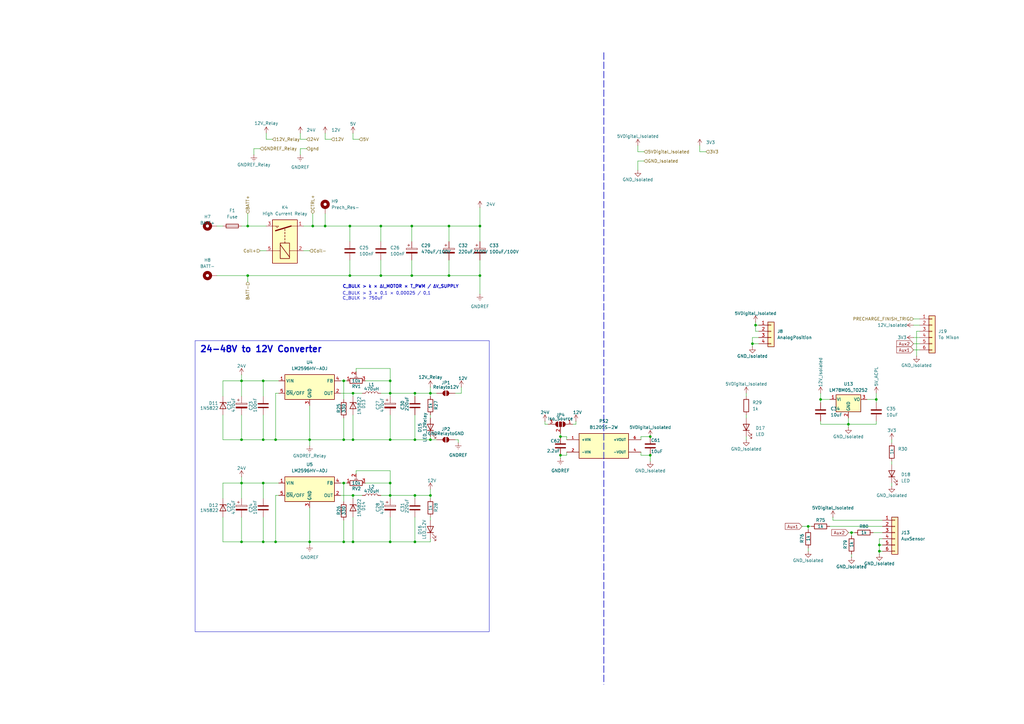
<source format=kicad_sch>
(kicad_sch (version 20250114) (generator "eeschema") (generator_version "9.0")
  (paper "A3")
  (lib_symbols
    (symbol "B2405S-2W:B1205S-2W" (pin_names (offset 1.016))
      (property "Reference" "PS" (at -10.1639 6.3579 0))
      (property "Value" "B1205S-2W" (at -10.1614 -7.6227 0))
      (symbol "B1205S-2W_0_0"
        (pin input line (at -15.24 2.54 0) (length 5.08) (name "+VIN") (number "1"))
        (pin input line (at -15.24 -2.54 0) (length 5.08) (name "-VIN") (number "2"))
        (pin output line (at 15.24 2.54 180) (length 5.08) (name "+VOUT") (number "6"))
        (pin output line (at 15.24 -2.54 180) (length 5.08) (name "-VOUT") (number "4"))
      )
    )
    (symbol "Connector_Generic:Conn_01x04" (pin_names (offset 1.016) (hide yes))
      (property "Reference" "J" (at 0 5.08 0))
      (property "Value" "Conn_01x04" (at 0 -7.62 0))
      (symbol "Conn_01x04_1_1"
        (pin passive line (at -5.08 2.54 0) (length 3.81) (name "Pin_1") (number "1"))
        (pin passive line (at -5.08 0 0) (length 3.81) (name "Pin_2") (number "2"))
        (pin passive line (at -5.08 -2.54 0) (length 3.81) (name "Pin_3") (number "3"))
        (pin passive line (at -5.08 -5.08 0) (length 3.81) (name "Pin_4") (number "4"))
      )
    )
    (symbol "Connector_Generic:Conn_01x06" (pin_names (offset 1.016) (hide yes))
      (property "Reference" "J" (at 0 7.62 0))
      (property "Value" "Conn_01x06" (at 0 -10.16 0))
      (symbol "Conn_01x06_1_1"
        (pin passive line (at -5.08 5.08 0) (length 3.81) (name "Pin_1") (number "1"))
        (pin passive line (at -5.08 2.54 0) (length 3.81) (name "Pin_2") (number "2"))
        (pin passive line (at -5.08 0 0) (length 3.81) (name "Pin_3") (number "3"))
        (pin passive line (at -5.08 -2.54 0) (length 3.81) (name "Pin_4") (number "4"))
        (pin passive line (at -5.08 -5.08 0) (length 3.81) (name "Pin_5") (number "5"))
        (pin passive line (at -5.08 -7.62 0) (length 3.81) (name "Pin_6") (number "6"))
      )
    )
    (symbol "Device:C" (pin_numbers (hide yes)) (pin_names (offset 0.254))
      (property "Reference" "C" (at 0.635 2.54 0))
      (property "Value" "C" (at 0.635 -2.54 0))
      (symbol "C_1_1"
        (pin passive line (at 0 3.81 270) (length 2.794) (name "~") (number "1"))
        (pin passive line (at 0 -3.81 90) (length 2.794) (name "~") (number "2"))
      )
    )
    (symbol "Device:C_Polarized" (pin_numbers (hide yes)) (pin_names (offset 0.254))
      (property "Reference" "C" (at 0.635 2.54 0))
      (property "Value" "C_Polarized" (at 0.635 -2.54 0))
      (symbol "C_Polarized_1_1"
        (pin passive line (at 0 3.81 270) (length 2.794) (name "~") (number "1"))
        (pin passive line (at 0 -3.81 90) (length 2.794) (name "~") (number "2"))
      )
    )
    (symbol "Device:D_Zener" (pin_numbers (hide yes)) (pin_names (offset 1.016) (hide yes))
      (property "Reference" "D" (at 0 2.54 0))
      (property "Value" "D_Zener" (at 0 -2.54 0))
      (symbol "D_Zener_1_1"
        (pin passive line (at -3.81 0 0) (length 2.54) (name "K") (number "1"))
        (pin passive line (at 3.81 0 180) (length 2.54) (name "A") (number "2"))
      )
    )
    (symbol "Device:Fuse" (pin_numbers (hide yes)) (pin_names (offset 0))
      (property "Reference" "F" (at 2.032 0 90))
      (property "Value" "Fuse" (at -1.905 0 90))
      (symbol "Fuse_1_1"
        (pin passive line (at 0 3.81 270) (length 1.27) (name "~") (number "1"))
        (pin passive line (at 0 -3.81 90) (length 1.27) (name "~") (number "2"))
      )
    )
    (symbol "Device:L" (pin_numbers (hide yes)) (pin_names (offset 1.016) (hide yes))
      (property "Reference" "L" (at -1.27 0 90))
      (property "Value" "L" (at 1.905 0 90))
      (symbol "L_1_1"
        (pin passive line (at 0 3.81 270) (length 1.27) (name "1") (number "1"))
        (pin passive line (at 0 -3.81 90) (length 1.27) (name "2") (number "2"))
      )
    )
    (symbol "Device:LED" (pin_numbers (hide yes)) (pin_names (offset 1.016) (hide yes))
      (property "Reference" "D" (at 0 2.54 0))
      (property "Value" "LED" (at 0 -2.54 0))
      (symbol "LED_1_1"
        (pin passive line (at -3.81 0 0) (length 2.54) (name "K") (number "1"))
        (pin passive line (at 3.81 0 180) (length 2.54) (name "A") (number "2"))
      )
    )
    (symbol "Device:R" (pin_numbers (hide yes)) (pin_names (offset 0))
      (property "Reference" "R" (at 2.032 0 90))
      (property "Value" "R" (at 0 0 90))
      (symbol "R_1_1"
        (pin passive line (at 0 3.81 270) (length 1.27) (name "~") (number "1"))
        (pin passive line (at 0 -3.81 90) (length 1.27) (name "~") (number "2"))
      )
    )
    (symbol "Device:R_Potentiometer_Trim" (pin_names (offset 1.016) (hide yes))
      (property "Reference" "RV" (at -4.445 0 90))
      (property "Value" "R_Potentiometer_Trim" (at -2.54 0 90))
      (symbol "R_Potentiometer_Trim_1_1"
        (pin passive line (at 0 3.81 270) (length 1.27) (name "1") (number "1"))
        (pin passive line (at 0 -3.81 90) (length 1.27) (name "3") (number "3"))
        (pin passive line (at 3.81 0 180) (length 1.27) (name "2") (number "2"))
      )
    )
    (symbol "Jumper:SolderJumper_2_Open" (pin_numbers (hide yes)) (pin_names (offset 0) (hide yes)) (in_bom no)
      (property "Reference" "JP" (at 0 2.032 0))
      (property "Value" "SolderJumper_2_Open" (at 0 -2.54 0))
      (symbol "SolderJumper_2_Open_1_1"
        (pin passive line (at -3.81 0 0) (length 2.54) (name "A") (number "1"))
        (pin passive line (at 3.81 0 180) (length 2.54) (name "B") (number "2"))
      )
    )
    (symbol "Jumper:SolderJumper_3_Open" (pin_names (offset 0) (hide yes)) (in_bom no)
      (property "Reference" "JP" (at -2.54 -2.54 0))
      (property "Value" "SolderJumper_3_Open" (at 0 2.794 0))
      (symbol "SolderJumper_3_Open_1_1"
        (pin passive line (at -5.08 0 0) (length 2.54) (name "A") (number "1"))
        (pin passive line (at 0 -3.81 90) (length 2.54) (name "C") (number "2"))
        (pin passive line (at 5.08 0 180) (length 2.54) (name "B") (number "3"))
      )
    )
    (symbol "Mechanical:MountingHole_Pad" (pin_numbers (hide yes)) (pin_names (offset 1.016) (hide yes)) (exclude_from_sim yes) (in_bom no)
      (property "Reference" "H" (at 0 6.35 0))
      (property "Value" "MountingHole_Pad" (at 0 4.445 0))
      (symbol "MountingHole_Pad_1_1"
        (pin input line (at 0 -2.54 90) (length 2.54) (name "1") (number "1"))
      )
    )
    (symbol "Regulator_Linear:LM78M05_TO252" (pin_names (offset 0.254))
      (property "Reference" "U" (at -3.81 3.175 0))
      (property "Value" "LM78M05_TO252" (at 0 3.175 0))
      (symbol "LM78M05_TO252_1_1"
        (pin power_in line (at -7.62 0 0) (length 2.54) (name "VI") (number "1"))
        (pin power_in line (at 0 -7.62 90) (length 2.54) (name "GND") (number "2"))
        (pin power_out line (at 7.62 0 180) (length 2.54) (name "VO") (number "3"))
      )
    )
    (symbol "Regulator_Switching:LM2596S-ADJ"
      (property "Reference" "U" (at -10.16 6.35 0))
      (property "Value" "LM2596S-ADJ" (at 0 6.35 0))
      (symbol "LM2596S-ADJ_1_1"
        (pin power_in line (at -12.7 2.54 0) (length 2.54) (name "VIN") (number "1"))
        (pin input line (at -12.7 -2.54 0) (length 2.54) (name "~{ON}/OFF") (number "5"))
        (pin power_in line (at 0 -7.62 90) (length 2.54) (name "GND") (number "3"))
        (pin input line (at 12.7 2.54 180) (length 2.54) (name "FB") (number "4"))
        (pin output line (at 12.7 -2.54 180) (length 2.54) (name "OUT") (number "2"))
      )
    )
    (symbol "Relay:SANYOU_SRD_Form_A"
      (property "Reference" "K" (at 8.89 3.81 0))
      (property "Value" "SANYOU_SRD_Form_A" (at 8.89 1.27 0))
      (symbol "SANYOU_SRD_Form_A_1_1"
        (pin passive line (at -5.08 7.62 270) (length 2.54) (name "~") (number "5"))
        (pin passive line (at -5.08 -7.62 90) (length 2.54) (name "~") (number "2"))
        (pin passive line (at 5.08 7.62 270) (length 2.54) (name "~") (number "3"))
        (pin passive line (at 5.08 -7.62 90) (length 2.54) (name "~") (number "1"))
      )
    )
    (symbol "power:+48V" (power) (pin_numbers (hide yes)) (pin_names (offset 0) (hide yes))
      (property "Value" "+48V" (at 0 3.556 0))
      (symbol "+48V_1_1"
        (pin power_in line (at 0 0 90) (length 0) (name "~") (number "1"))
      )
    )
    (symbol "power:GND" (power) (pin_numbers (hide yes)) (pin_names (offset 0) (hide yes))
      (property "Value" "GND" (at 0 -3.81 0))
      (symbol "GND_1_1"
        (pin power_in line (at 0 0 270) (length 0) (name "~") (number "1"))
      )
    )
    (symbol "power:GNDREF" (power) (pin_numbers (hide yes)) (pin_names (offset 0) (hide yes))
      (property "Value" "GNDREF" (at 0 -3.81 0))
      (symbol "GNDREF_1_1"
        (pin power_in line (at 0 0 270) (length 0) (name "~") (number "1"))
      )
    )
  )
  (text "C_BULK > 3 × 0,1 × 0,00025 / 0,1 \nC_BULK > 750uF" (at 140.462 121.412 0) (effects (font (size 1.27 1.27)) (justify left)))
  (text "C_BULK > k × ∆I_MOTOR × T_PWM / ∆V_SUPPLY" (at 164.338 117.602 0) (effects (font (size 1.27 1.27) (thickness 0.254) (bold yes))))
  (text_box "24-48V to 12V Converter" (at 80.01 139.7 0) (size 120.65 119.38) (margins 1.905 1.905 1.905 1.905) (effects (font (size 2.54 2.54) (thickness 0.508) (bold yes)) (justify left top)))
  (junction (at 266.7 186.69))
  (junction (at 170.18 203.2))
  (junction (at 229.87 186.69))
  (junction (at 140.97 180.34))
  (junction (at 308.61 140.97))
  (junction (at 107.95 198.12))
  (junction (at 140.97 156.21))
  (junction (at 359.41 163.83))
  (junction (at 107.95 156.21))
  (junction (at 113.03 222.25))
  (junction (at 229.87 179.07))
  (junction (at 170.18 161.29))
  (junction (at 144.78 161.29))
  (junction (at 144.78 180.34))
  (junction (at 160.02 198.12))
  (junction (at 160.02 156.21))
  (junction (at 360.68 223.52))
  (junction (at 140.97 222.25))
  (junction (at 144.78 203.2))
  (junction (at 160.02 180.34))
  (junction (at 107.95 222.25))
  (junction (at 170.18 180.34))
  (junction (at 349.25 218.44))
  (junction (at 156.21 92.71))
  (junction (at 331.47 215.9))
  (junction (at 160.02 203.2))
  (junction (at 160.02 222.25))
  (junction (at 101.6 113.03))
  (junction (at 140.97 198.12))
  (junction (at 143.51 92.71))
  (junction (at 196.85 113.03))
  (junction (at 99.06 198.12))
  (junction (at 176.53 161.29))
  (junction (at 184.15 113.03))
  (junction (at 336.55 163.83))
  (junction (at 196.85 92.71))
  (junction (at 184.15 92.71))
  (junction (at 176.53 180.34))
  (junction (at 170.18 222.25))
  (junction (at 128.27 92.71))
  (junction (at 99.06 180.34))
  (junction (at 176.53 203.2))
  (junction (at 107.95 180.34))
  (junction (at 266.7 179.07))
  (junction (at 99.06 222.25))
  (junction (at 309.88 133.35))
  (junction (at 99.06 156.21))
  (junction (at 113.03 180.34))
  (junction (at 156.21 113.03))
  (junction (at 168.91 113.03))
  (junction (at 127 222.25))
  (junction (at 168.91 92.71))
  (junction (at 144.78 222.25))
  (junction (at 160.02 161.29))
  (junction (at 101.6 92.71))
  (junction (at 347.98 173.99))
  (junction (at 127 180.34))
  (junction (at 143.51 113.03))
  (junction (at 133.35 92.71))
  (junction (at 360.68 226.06))
  (wire (pts (xy 229.87 177.8) (xy 229.87 179.07)))
  (wire (pts (xy 308.61 138.43) (xy 308.61 140.97)))
  (wire (pts (xy 374.65 138.43) (xy 377.19 138.43)))
  (wire (pts (xy 229.87 186.69) (xy 232.41 186.69)))
  (wire (pts (xy 176.53 161.29) (xy 179.07 161.29)))
  (wire (pts (xy 133.35 87.63) (xy 133.35 92.71)))
  (wire (pts (xy 347.98 173.99) (xy 359.41 173.99)))
  (wire (pts (xy 189.23 161.29) (xy 186.69 161.29)))
  (wire (pts (xy 176.53 170.18) (xy 176.53 171.45)))
  (wire (pts (xy 306.07 170.18) (xy 306.07 171.45)))
  (wire (pts (xy 107.95 222.25) (xy 113.03 222.25)))
  (wire (pts (xy 359.41 161.29) (xy 359.41 163.83)))
  (wire (pts (xy 156.21 106.68) (xy 156.21 113.03)))
  (wire (pts (xy 176.53 204.47) (xy 176.53 203.2)))
  (wire (pts (xy 113.03 222.25) (xy 113.03 203.2)))
  (wire (pts (xy 99.06 156.21) (xy 107.95 156.21)))
  (wire (pts (xy 176.53 162.56) (xy 176.53 161.29)))
  (wire (pts (xy 143.51 92.71) (xy 143.51 99.06)))
  (wire (pts (xy 360.68 226.06) (xy 360.68 227.33)))
  (wire (pts (xy 99.06 153.67) (xy 99.06 156.21)))
  (wire (pts (xy 176.53 158.75) (xy 176.53 161.29)))
  (wire (pts (xy 360.68 223.52) (xy 361.95 223.52)))
  (wire (pts (xy 170.18 161.29) (xy 176.53 161.29)))
  (wire (pts (xy 144.78 212.09) (xy 144.78 222.25)))
  (wire (pts (xy 127 166.37) (xy 127 180.34)))
  (wire (pts (xy 196.85 106.68) (xy 196.85 113.03)))
  (wire (pts (xy 170.18 203.2) (xy 176.53 203.2)))
  (wire (pts (xy 340.36 163.83) (xy 336.55 163.83)))
  (wire (pts (xy 160.02 180.34) (xy 170.18 180.34)))
  (wire (pts (xy 99.06 204.47) (xy 99.06 198.12)))
  (wire (pts (xy 99.06 92.71) (xy 101.6 92.71)))
  (wire (pts (xy 140.97 156.21) (xy 140.97 163.83)))
  (wire (pts (xy 160.02 161.29) (xy 160.02 162.56)))
  (wire (pts (xy 160.02 203.2) (xy 160.02 204.47)))
  (wire (pts (xy 99.06 170.18) (xy 99.06 180.34)))
  (wire (pts (xy 107.95 204.47) (xy 107.95 198.12)))
  (wire (pts (xy 144.78 170.18) (xy 144.78 180.34)))
  (wire (pts (xy 160.02 156.21) (xy 160.02 161.29)))
  (wire (pts (xy 113.03 222.25) (xy 127 222.25)))
  (wire (pts (xy 176.53 179.07) (xy 176.53 180.34)))
  (wire (pts (xy 347.98 218.44) (xy 349.25 218.44)))
  (wire (pts (xy 109.22 54.61) (xy 109.22 57.15)))
  (wire (pts (xy 91.44 204.47) (xy 91.44 198.12)))
  (wire (pts (xy 91.44 156.21) (xy 99.06 156.21)))
  (wire (pts (xy 176.53 220.98) (xy 176.53 222.25)))
  (wire (pts (xy 365.76 198.12) (xy 365.76 199.39)))
  (wire (pts (xy 99.06 212.09) (xy 99.06 222.25)))
  (wire (pts (xy 176.53 180.34) (xy 179.07 180.34)))
  (wire (pts (xy 365.76 189.23) (xy 365.76 190.5)))
  (wire (pts (xy 229.87 187.96) (xy 229.87 186.69)))
  (wire (pts (xy 184.15 106.68) (xy 184.15 113.03)))
  (wire (pts (xy 341.63 212.09) (xy 341.63 213.36)))
  (wire (pts (xy 377.19 133.35) (xy 374.65 133.35)))
  (wire (pts (xy 196.85 92.71) (xy 196.85 99.06)))
  (wire (pts (xy 106.68 102.87) (xy 109.22 102.87)))
  (wire (pts (xy 88.9 92.71) (xy 91.44 92.71)))
  (wire (pts (xy 347.98 173.99) (xy 347.98 175.26)))
  (wire (pts (xy 127 222.25) (xy 140.97 222.25)))
  (wire (pts (xy 186.69 180.34) (xy 187.96 180.34)))
  (wire (pts (xy 308.61 138.43) (xy 311.15 138.43)))
  (wire (pts (xy 374.65 143.51) (xy 377.19 143.51)))
  (wire (pts (xy 140.97 180.34) (xy 140.97 171.45)))
  (wire (pts (xy 189.23 158.75) (xy 189.23 161.29)))
  (wire (pts (xy 309.88 133.35) (xy 309.88 135.89)))
  (wire (pts (xy 127 180.34) (xy 140.97 180.34)))
  (wire (pts (xy 139.7 198.12) (xy 140.97 198.12)))
  (wire (pts (xy 187.96 180.34) (xy 187.96 181.61)))
  (wire (pts (xy 113.03 161.29) (xy 114.3 161.29)))
  (wire (pts (xy 123.19 57.15) (xy 125.73 57.15)))
  (wire (pts (xy 143.51 106.68) (xy 143.51 113.03)))
  (wire (pts (xy 127 208.28) (xy 127 222.25)))
  (wire (pts (xy 140.97 156.21) (xy 142.24 156.21)))
  (wire (pts (xy 107.95 162.56) (xy 107.95 156.21)))
  (wire (pts (xy 184.15 92.71) (xy 196.85 92.71)))
  (wire (pts (xy 262.89 186.69) (xy 262.89 185.42)))
  (wire (pts (xy 168.91 92.71) (xy 168.91 99.06)))
  (wire (pts (xy 170.18 222.25) (xy 176.53 222.25)))
  (wire (pts (xy 99.06 198.12) (xy 107.95 198.12)))
  (wire (pts (xy 184.15 92.71) (xy 184.15 99.06)))
  (wire (pts (xy 156.21 92.71) (xy 156.21 99.06)))
  (wire (pts (xy 101.6 92.71) (xy 109.22 92.71)))
  (wire (pts (xy 236.22 173.99) (xy 234.95 173.99)))
  (wire (pts (xy 261.62 66.04) (xy 261.62 69.85)))
  (wire (pts (xy 124.46 92.71) (xy 128.27 92.71)))
  (wire (pts (xy 113.03 180.34) (xy 113.03 161.29)))
  (wire (pts (xy 168.91 92.71) (xy 184.15 92.71)))
  (wire (pts (xy 143.51 113.03) (xy 156.21 113.03)))
  (wire (pts (xy 88.9 113.03) (xy 101.6 113.03)))
  (polyline (pts (xy 247.65 21.59) (xy 247.65 280.67)) (stroke (width 0.254) (type dash)))
  (wire (pts (xy 160.02 161.29) (xy 170.18 161.29)))
  (wire (pts (xy 262.89 186.69) (xy 266.7 186.69)))
  (wire (pts (xy 309.88 133.35) (xy 311.15 133.35)))
  (wire (pts (xy 160.02 203.2) (xy 170.18 203.2)))
  (wire (pts (xy 140.97 222.25) (xy 140.97 213.36)))
  (wire (pts (xy 139.7 156.21) (xy 140.97 156.21)))
  (wire (pts (xy 144.78 203.2) (xy 148.59 203.2)))
  (wire (pts (xy 358.14 218.44) (xy 361.95 218.44)))
  (wire (pts (xy 99.06 222.25) (xy 107.95 222.25)))
  (wire (pts (xy 336.55 173.99) (xy 347.98 173.99)))
  (wire (pts (xy 359.41 165.1) (xy 359.41 163.83)))
  (wire (pts (xy 107.95 180.34) (xy 113.03 180.34)))
  (wire (pts (xy 127 180.34) (xy 127 182.88)))
  (wire (pts (xy 160.02 180.34) (xy 160.02 170.18)))
  (wire (pts (xy 107.95 170.18) (xy 107.95 180.34)))
  (wire (pts (xy 236.22 173.99) (xy 236.22 172.72)))
  (wire (pts (xy 113.03 180.34) (xy 127 180.34)))
  (wire (pts (xy 170.18 161.29) (xy 170.18 162.56)))
  (wire (pts (xy 128.27 87.63) (xy 128.27 92.71)))
  (wire (pts (xy 101.6 113.03) (xy 143.51 113.03)))
  (wire (pts (xy 107.95 212.09) (xy 107.95 222.25)))
  (wire (pts (xy 144.78 57.15) (xy 147.32 57.15)))
  (wire (pts (xy 262.89 179.07) (xy 262.89 180.34)))
  (wire (pts (xy 143.51 92.71) (xy 156.21 92.71)))
  (wire (pts (xy 176.53 200.66) (xy 176.53 203.2)))
  (wire (pts (xy 374.65 130.81) (xy 377.19 130.81)))
  (wire (pts (xy 331.47 215.9) (xy 332.74 215.9)))
  (wire (pts (xy 223.52 173.99) (xy 223.52 172.72)))
  (wire (pts (xy 261.62 62.23) (xy 264.16 62.23)))
  (wire (pts (xy 149.86 156.21) (xy 160.02 156.21)))
  (wire (pts (xy 144.78 161.29) (xy 144.78 162.56)))
  (wire (pts (xy 144.78 161.29) (xy 148.59 161.29)))
  (wire (pts (xy 149.86 198.12) (xy 160.02 198.12)))
  (wire (pts (xy 229.87 179.07) (xy 232.41 179.07)))
  (wire (pts (xy 123.19 63.5) (xy 123.19 60.96)))
  (wire (pts (xy 160.02 198.12) (xy 160.02 203.2)))
  (wire (pts (xy 144.78 222.25) (xy 160.02 222.25)))
  (wire (pts (xy 360.68 220.98) (xy 361.95 220.98)))
  (wire (pts (xy 341.63 213.36) (xy 361.95 213.36)))
  (wire (pts (xy 328.93 215.9) (xy 331.47 215.9)))
  (wire (pts (xy 266.7 186.69) (xy 266.7 189.23)))
  (wire (pts (xy 287.02 59.69) (xy 287.02 62.23)))
  (wire (pts (xy 113.03 203.2) (xy 114.3 203.2)))
  (wire (pts (xy 360.68 220.98) (xy 360.68 223.52)))
  (wire (pts (xy 196.85 120.65) (xy 196.85 113.03)))
  (wire (pts (xy 349.25 227.33) (xy 349.25 228.6)))
  (wire (pts (xy 336.55 172.72) (xy 336.55 173.99)))
  (wire (pts (xy 266.7 179.07) (xy 262.89 179.07)))
  (wire (pts (xy 309.88 135.89) (xy 311.15 135.89)))
  (wire (pts (xy 365.76 180.34) (xy 365.76 181.61)))
  (wire (pts (xy 140.97 180.34) (xy 144.78 180.34)))
  (wire (pts (xy 140.97 222.25) (xy 144.78 222.25)))
  (wire (pts (xy 156.21 113.03) (xy 168.91 113.03)))
  (wire (pts (xy 101.6 87.63) (xy 101.6 92.71)))
  (wire (pts (xy 140.97 198.12) (xy 142.24 198.12)))
  (wire (pts (xy 170.18 212.09) (xy 170.18 222.25)))
  (wire (pts (xy 146.05 151.13) (xy 146.05 152.4)))
  (wire (pts (xy 91.44 198.12) (xy 99.06 198.12)))
  (wire (pts (xy 91.44 180.34) (xy 99.06 180.34)))
  (wire (pts (xy 306.07 161.29) (xy 306.07 162.56)))
  (wire (pts (xy 107.95 156.21) (xy 114.3 156.21)))
  (wire (pts (xy 359.41 172.72) (xy 359.41 173.99)))
  (wire (pts (xy 308.61 140.97) (xy 308.61 142.24)))
  (wire (pts (xy 104.14 63.5) (xy 104.14 60.96)))
  (wire (pts (xy 170.18 203.2) (xy 170.18 204.47)))
  (wire (pts (xy 133.35 57.15) (xy 135.89 57.15)))
  (wire (pts (xy 146.05 193.04) (xy 160.02 193.04)))
  (wire (pts (xy 133.35 92.71) (xy 143.51 92.71)))
  (wire (pts (xy 349.25 218.44) (xy 350.52 218.44)))
  (wire (pts (xy 146.05 151.13) (xy 160.02 151.13)))
  (wire (pts (xy 287.02 62.23) (xy 289.56 62.23)))
  (wire (pts (xy 374.65 140.97) (xy 377.19 140.97)))
  (wire (pts (xy 156.21 203.2) (xy 160.02 203.2)))
  (wire (pts (xy 331.47 224.79) (xy 331.47 226.06)))
  (wire (pts (xy 91.44 212.09) (xy 91.44 222.25)))
  (wire (pts (xy 355.6 163.83) (xy 359.41 163.83)))
  (wire (pts (xy 176.53 212.09) (xy 176.53 213.36)))
  (wire (pts (xy 349.25 218.44) (xy 349.25 219.71)))
  (wire (pts (xy 184.15 113.03) (xy 196.85 113.03)))
  (wire (pts (xy 361.95 226.06) (xy 360.68 226.06)))
  (wire (pts (xy 107.95 198.12) (xy 114.3 198.12)))
  (wire (pts (xy 306.07 179.07) (xy 306.07 180.34)))
  (wire (pts (xy 144.78 203.2) (xy 144.78 204.47)))
  (wire (pts (xy 104.14 60.96) (xy 106.68 60.96)))
  (wire (pts (xy 308.61 140.97) (xy 311.15 140.97)))
  (wire (pts (xy 146.05 193.04) (xy 146.05 194.31)))
  (wire (pts (xy 196.85 85.09) (xy 196.85 92.71)))
  (wire (pts (xy 91.44 170.18) (xy 91.44 180.34)))
  (wire (pts (xy 156.21 161.29) (xy 160.02 161.29)))
  (wire (pts (xy 99.06 162.56) (xy 99.06 156.21)))
  (wire (pts (xy 168.91 113.03) (xy 184.15 113.03)))
  (wire (pts (xy 160.02 193.04) (xy 160.02 198.12)))
  (wire (pts (xy 264.16 66.04) (xy 261.62 66.04)))
  (wire (pts (xy 144.78 180.34) (xy 160.02 180.34)))
  (wire (pts (xy 232.41 186.69) (xy 232.41 185.42)))
  (wire (pts (xy 375.92 135.89) (xy 375.92 146.05)))
  (wire (pts (xy 170.18 170.18) (xy 170.18 180.34)))
  (wire (pts (xy 144.78 54.61) (xy 144.78 57.15)))
  (wire (pts (xy 377.19 135.89) (xy 375.92 135.89)))
  (wire (pts (xy 139.7 161.29) (xy 144.78 161.29)))
  (wire (pts (xy 340.36 215.9) (xy 361.95 215.9)))
  (wire (pts (xy 124.46 102.87) (xy 127 102.87)))
  (wire (pts (xy 331.47 215.9) (xy 331.47 217.17)))
  (wire (pts (xy 127 222.25) (xy 127 223.52)))
  (wire (pts (xy 347.98 171.45) (xy 347.98 173.99)))
  (wire (pts (xy 168.91 106.68) (xy 168.91 113.03)))
  (wire (pts (xy 91.44 162.56) (xy 91.44 156.21)))
  (wire (pts (xy 156.21 92.71) (xy 168.91 92.71)))
  (wire (pts (xy 336.55 161.29) (xy 336.55 163.83)))
  (wire (pts (xy 160.02 222.25) (xy 170.18 222.25)))
  (wire (pts (xy 223.52 173.99) (xy 224.79 173.99)))
  (wire (pts (xy 360.68 223.52) (xy 360.68 226.06)))
  (wire (pts (xy 99.06 195.58) (xy 99.06 198.12)))
  (wire (pts (xy 170.18 180.34) (xy 176.53 180.34)))
  (wire (pts (xy 123.19 60.96) (xy 125.73 60.96)))
  (wire (pts (xy 336.55 163.83) (xy 336.55 165.1)))
  (wire (pts (xy 91.44 222.25) (xy 99.06 222.25)))
  (wire (pts (xy 261.62 59.69) (xy 261.62 62.23)))
  (wire (pts (xy 109.22 57.15) (xy 111.76 57.15)))
  (wire (pts (xy 133.35 54.61) (xy 133.35 57.15)))
  (wire (pts (xy 160.02 151.13) (xy 160.02 156.21)))
  (wire (pts (xy 232.41 179.07) (xy 232.41 180.34)))
  (wire (pts (xy 309.88 132.08) (xy 309.88 133.35)))
  (wire (pts (xy 139.7 203.2) (xy 144.78 203.2)))
  (wire (pts (xy 140.97 198.12) (xy 140.97 205.74)))
  (wire (pts (xy 99.06 180.34) (xy 107.95 180.34)))
  (wire (pts (xy 160.02 222.25) (xy 160.02 212.09)))
  (wire (pts (xy 101.6 113.03) (xy 101.6 115.57)))
  (wire (pts (xy 128.27 92.71) (xy 133.35 92.71)))
  (wire (pts (xy 123.19 54.61) (xy 123.19 57.15)))
  (global_label "Aux1" (shape input) (at 328.93 215.9 180) (property "Intersheetrefs" "${INTERSHEET_REFS}" (effects (hide yes))))
  (global_label "Aux1" (shape input) (at 374.65 143.51 180) (property "Intersheetrefs" "${INTERSHEET_REFS}" (effects (hide yes))))
  (global_label "Aux2" (shape input) (at 347.98 218.44 180) (property "Intersheetrefs" "${INTERSHEET_REFS}" (effects (hide yes))))
  (global_label "Aux2" (shape input) (at 374.65 140.97 180) (property "Intersheetrefs" "${INTERSHEET_REFS}" (effects (hide yes))))
  (hierarchical_label "Coil+" (shape input) (at 106.68 102.87 180))
  (hierarchical_label "24V" (shape input) (at 125.73 57.15 0))
  (hierarchical_label "3V3" (shape input) (at 289.56 62.23 0))
  (hierarchical_label "BATT+" (shape input) (at 101.6 87.63 90))
  (hierarchical_label "5V" (shape input) (at 147.32 57.15 0))
  (hierarchical_label "PRECHARGE_FINISH_TRIG" (shape input) (at 374.65 130.81 180))
  (hierarchical_label "12V_Relay" (shape input) (at 111.76 57.15 0))
  (hierarchical_label "12V" (shape input) (at 135.89 57.15 0))
  (hierarchical_label "GND_Isolated" (shape input) (at 264.16 66.04 0))
  (hierarchical_label "BATT-" (shape input) (at 101.6 115.57 270))
  (hierarchical_label "CTRL+" (shape input) (at 128.27 87.63 90))
  (hierarchical_label "5VDigital_Isolated" (shape input) (at 264.16 62.23 0))
  (hierarchical_label "gnd" (shape input) (at 125.73 60.96 0))
  (hierarchical_label "GNDREF_Relay" (shape input) (at 106.68 60.96 0))
  (hierarchical_label "Coil-" (shape input) (at 127 102.87 0))
  (symbol (lib_id "Connector_Generic:Conn_01x04") (at 316.23 135.89 0) (unit 1)
    (property "Reference" "J8" (at 318.77 135.8899 0) (effects (justify left)))
    (property "Value" "AnalogPosition" (at 318.77 138.4299 0) (effects (justify left)))
    (property "Footprint" "Connector_Molex:Molex_Mini-Fit_Jr_5569-04A2_2x02_P4.20mm_Horizontal" (effects (hide yes)))
    (property "Description" "Generic connector, single row, 01x04, script generated (kicad-library-utils/schlib/autogen/connector/)" (effects (hide yes)))
  )
  (symbol (lib_id "Device:C") (at 170.18 166.37 0) (unit 1)
    (property "Reference" "C30" (at 165.1 168.148 90) (effects (justify left)))
    (property "Value" "220uF" (at 166.878 168.656 90) (effects (justify left)))
    (property "Footprint" "Capacitor_SMD:C_0805_2012Metric" (effects (hide yes)))
    (property "Description" "Unpolarized capacitor" (effects (hide yes)))
  )
  (symbol (lib_id "Device:R") (at 336.55 215.9 90) (unit 1)
    (property "Reference" "R75" (at 336.55 213.36 90))
    (property "Value" "1k" (at 336.55 215.9 90))
    (property "Footprint" "Resistor_SMD:R_0805_2012Metric" (effects (hide yes)))
    (property "Description" "Resistor" (effects (hide yes)))
  )
  (symbol (lib_id "power:GNDREF") (at 187.96 181.61 0) (unit 1)
    (property "Reference" "#PWR042" (effects (hide yes)))
    (property "Value" "GNDREF" (at 187.96 186.69 0))
    (property "Description" "Power symbol creates a global label with name \"GNDREF\" , reference supply ground" (effects (hide yes)))
  )
  (symbol (lib_id "Device:R") (at 306.07 166.37 0) (unit 1)
    (property "Reference" "R29" (at 308.61 165.0999 0) (effects (justify left)))
    (property "Value" "1k" (at 308.61 167.6399 0) (effects (justify left)))
    (property "Footprint" "Resistor_SMD:R_0805_2012Metric" (effects (hide yes)))
    (property "Description" "Resistor" (effects (hide yes)))
  )
  (symbol (lib_id "Jumper:SolderJumper_3_Open") (at 229.87 173.99 0) (mirror y) (unit 1) (in_bom no)
    (property "Reference" "JP4" (at 229.87 170.18 0))
    (property "Value" "Iso_Source" (at 229.87 171.704 0))
    (property "Footprint" "Jumper:SolderJumper-3_P1.3mm_Open_RoundedPad1.0x1.5mm_NumberLabels" (effects (hide yes)))
    (property "Description" "Solder Jumper, 3-pole, open" (effects (hide yes)))
  )
  (symbol (lib_id "power:+48V") (at 236.22 172.72 0) (unit 1)
    (property "Reference" "#PWR051" (effects (hide yes)))
    (property "Value" "12V" (at 234.95 169.164 0) (effects (justify left)))
    (property "Description" "Power symbol creates a global label with name \"+48V\"" (effects (hide yes)))
  )
  (symbol (lib_id "Device:C_Polarized") (at 184.15 102.87 0) (unit 1)
    (property "Reference" "C32" (at 187.96 100.7109 0) (effects (justify left)))
    (property "Value" "220uF/100V" (at 187.96 103.2509 0) (effects (justify left)))
    (property "Footprint" "Capacitor_THT:CP_Radial_D16.0mm_P7.50mm" (effects (hide yes)))
    (property "Description" "Polarized capacitor" (effects (hide yes)))
  )
  (symbol (lib_id "power:+48V") (at 261.62 59.69 0) (unit 1)
    (property "Reference" "#PWR062" (effects (hide yes)))
    (property "Value" "5VDigital_Isolated" (at 261.62 55.88 0))
    (property "Description" "Power symbol creates a global label with name \"+48V\"" (effects (hide yes)))
  )
  (symbol (lib_id "Device:R") (at 331.47 220.98 180) (unit 1)
    (property "Reference" "R76" (at 328.93 222.758 90) (effects (justify right)))
    (property "Value" "1k" (at 331.47 221.996 90) (effects (justify right)))
    (property "Footprint" "Resistor_SMD:R_0805_2012Metric" (effects (hide yes)))
    (property "Description" "Resistor" (effects (hide yes)))
  )
  (symbol (lib_id "Mechanical:MountingHole_Pad") (at 86.36 92.71 90) (unit 1) (exclude_from_sim yes) (in_bom no)
    (property "Reference" "H7" (at 85.09 88.9 90))
    (property "Value" "BATT+" (at 85.09 91.44 90))
    (property "Footprint" "Terminal_SMD_M5:TerminalSMD_M5" (effects (hide yes)))
    (property "Description" "Mounting Hole with connection" (effects (hide yes)))
  )
  (symbol (lib_id "power:+48V") (at 189.23 158.75 0) (unit 1)
    (property "Reference" "#PWR043" (effects (hide yes)))
    (property "Value" "12V" (at 187.96 155.194 0) (effects (justify left)))
    (property "Description" "Power symbol creates a global label with name \"+48V\"" (effects (hide yes)))
  )
  (symbol (lib_id "Device:LED") (at 306.07 175.26 90) (unit 1)
    (property "Reference" "D17" (at 309.88 175.5774 90) (effects (justify right)))
    (property "Value" "LED" (at 309.88 178.1174 90) (effects (justify right)))
    (property "Footprint" "LED_SMD:LED_0805_2012Metric_Pad1.15x1.40mm_HandSolder" (effects (hide yes)))
    (property "Description" "Light emitting diode" (effects (hide yes)))
  )
  (symbol (lib_id "power:+48V") (at 133.35 54.61 0) (unit 1)
    (property "Reference" "#PWR039" (effects (hide yes)))
    (property "Value" "12V" (at 135.89 53.3399 0) (effects (justify left)))
    (property "Description" "Power symbol creates a global label with name \"+48V\"" (effects (hide yes)))
  )
  (symbol (lib_id "Device:Fuse") (at 95.25 92.71 90) (unit 1)
    (property "Reference" "F1" (at 95.25 86.36 90))
    (property "Value" "Fuse" (at 95.25 88.9 90))
    (property "Footprint" "FuseController14x51:Fuse_L30mm" (effects (hide yes)))
    (property "Description" "Fuse" (effects (hide yes)))
  )
  (symbol (lib_id "Device:R") (at 365.76 185.42 0) (unit 1)
    (property "Reference" "R30" (at 368.3 184.1499 0) (effects (justify left)))
    (property "Value" "1k" (at 365.76 186.436 90) (effects (justify left)))
    (property "Footprint" "Resistor_SMD:R_0805_2012Metric" (effects (hide yes)))
    (property "Description" "Resistor" (effects (hide yes)))
  )
  (symbol (lib_id "power:GND") (at 365.76 199.39 0) (unit 1)
    (property "Reference" "#PWR067" (effects (hide yes)))
    (property "Value" "GND_Isolated" (at 365.76 203.2 0))
    (property "Description" "Power symbol creates a global label with name \"GND\" , ground" (effects (hide yes)))
  )
  (symbol (lib_id "Device:R") (at 176.53 166.37 0) (unit 1)
    (property "Reference" "R27" (at 178.816 168.148 90) (effects (justify left)))
    (property "Value" "1k" (at 176.53 167.64 90) (effects (justify left)))
    (property "Footprint" "Resistor_SMD:R_0805_2012Metric" (effects (hide yes)))
    (property "Description" "Resistor" (effects (hide yes)))
  )
  (symbol (lib_id "Connector_Generic:Conn_01x06") (at 382.27 135.89 0) (unit 1)
    (property "Reference" "J19" (at 384.81 135.8899 0) (effects (justify left)))
    (property "Value" "To Mikon" (at 384.81 138.4299 0) (effects (justify left)))
    (property "Footprint" "Connector_PinSocket_2.54mm:PinSocket_1x06_P2.54mm_Vertical" (effects (hide yes)))
    (property "Description" "Generic connector, single row, 01x06, script generated (kicad-library-utils/schlib/autogen/connector/)" (effects (hide yes)))
  )
  (symbol (lib_id "power:+48V") (at 176.53 200.66 0) (unit 1)
    (property "Reference" "#PWR041" (effects (hide yes)))
    (property "Value" "12V" (at 175.26 197.104 0) (effects (justify left)))
    (property "Description" "Power symbol creates a global label with name \"+48V\"" (effects (hide yes)))
  )
  (symbol (lib_id "Device:R_Potentiometer_Trim") (at 146.05 156.21 90) (unit 1)
    (property "Reference" "RV1" (at 144.272 158.496 90) (effects (justify right)))
    (property "Value" "10k" (at 144.272 156.21 90) (effects (justify right)))
    (property "Footprint" "Potentiometer_THT:Potentiometer_Runtron_RM-065_Vertical" (effects (hide yes)))
    (property "Description" "Trim-potentiometer" (effects (hide yes)))
  )
  (symbol (lib_id "Mechanical:MountingHole_Pad") (at 86.36 113.03 90) (unit 1) (exclude_from_sim yes) (in_bom no)
    (property "Reference" "H8" (at 85.09 106.68 90))
    (property "Value" "BATT-" (at 85.09 109.22 90))
    (property "Footprint" "Terminal_SMD_M5:TerminalSMD_M5" (effects (hide yes)))
    (property "Description" "Mounting Hole with connection" (effects (hide yes)))
  )
  (symbol (lib_id "Regulator_Switching:LM2596S-ADJ") (at 127 158.75 0) (unit 1)
    (property "Reference" "U4" (at 127 148.59 0))
    (property "Value" "LM2596HV-ADJ" (at 127 151.13 0))
    (property "Footprint" "Package_TO_SOT_SMD:TO-263-5_TabPin3" (effects (hide yes)))
    (property "Datasheet" "http://www.ti.com/lit/ds/symlink/lm2596.pdf" (effects (hide yes)))
    (property "Description" "Adjustable 3A Step-Down Voltage Regulator, TO-263" (effects (hide yes)))
  )
  (symbol (lib_id "power:+48V") (at 123.19 54.61 0) (unit 1)
    (property "Reference" "#PWR035" (effects (hide yes)))
    (property "Value" "24V" (at 125.73 53.3399 0) (effects (justify left)))
    (property "Description" "Power symbol creates a global label with name \"+48V\"" (effects (hide yes)))
  )
  (symbol (lib_id "power:GND") (at 360.68 227.33 0) (unit 1)
    (property "Reference" "#PWR0121" (effects (hide yes)))
    (property "Value" "GND_Isolated" (at 360.68 231.14 0))
    (property "Description" "Power symbol creates a global label with name \"GND\" , ground" (effects (hide yes)))
  )
  (symbol (lib_id "power:GND") (at 308.61 142.24 0) (unit 1)
    (property "Reference" "#PWR021" (effects (hide yes)))
    (property "Value" "GND_Isolated" (at 308.61 146.05 0))
    (property "Description" "Power symbol creates a global label with name \"GND\" , ground" (effects (hide yes)))
  )
  (symbol (lib_id "power:+48V") (at 196.85 85.09 0) (unit 1)
    (property "Reference" "#PWR044" (effects (hide yes)))
    (property "Value" "24V" (at 199.39 83.8199 0) (effects (justify left)))
    (property "Description" "Power symbol creates a global label with name \"+48V\"" (effects (hide yes)))
  )
  (symbol (lib_id "power:+48V") (at 336.55 161.29 0) (unit 1)
    (property "Reference" "#PWR055" (effects (hide yes)))
    (property "Value" "12V_Isolated" (at 336.55 152.654 90))
    (property "Description" "Power symbol creates a global label with name \"+48V\"" (effects (hide yes)))
  )
  (symbol (lib_id "Device:C_Polarized") (at 160.02 208.28 0) (unit 1)
    (property "Reference" "C28" (at 154.94 210.058 90) (effects (justify left)))
    (property "Value" "470uF" (at 156.718 211.074 90) (effects (justify left)))
    (property "Footprint" "Capacitor_SMD:CP_Elec_8x10" (effects (hide yes)))
    (property "Description" "Polarized capacitor" (effects (hide yes)))
  )
  (symbol (lib_id "Device:D_Zener") (at 144.78 208.28 270) (unit 1)
    (property "Reference" "D14" (at 149.098 209.55 0) (effects (justify right)))
    (property "Value" "1N5822" (at 147.32 212.09 0) (effects (justify right)))
    (property "Footprint" "Diode_SMD:D_SMA" (effects (hide yes)))
    (property "Description" "Zener diode" (effects (hide yes)))
  )
  (symbol (lib_id "power:+48V") (at 99.06 153.67 0) (unit 1)
    (property "Reference" "#PWR033" (effects (hide yes)))
    (property "Value" "24V" (at 99.06 150.114 0))
    (property "Description" "Power symbol creates a global label with name \"+48V\"" (effects (hide yes)))
  )
  (symbol (lib_id "Device:C_Polarized") (at 99.06 208.28 0) (unit 1)
    (property "Reference" "C22" (at 93.98 210.058 90) (effects (justify left)))
    (property "Value" "470uF" (at 95.758 211.074 90) (effects (justify left)))
    (property "Footprint" "Capacitor_SMD:CP_Elec_8x10" (effects (hide yes)))
    (property "Description" "Polarized capacitor" (effects (hide yes)))
  )
  (symbol (lib_id "power:+48V") (at 287.02 59.69 0) (unit 1)
    (property "Reference" "#PWR024" (effects (hide yes)))
    (property "Value" "3V3" (at 289.56 58.4199 0) (effects (justify left)))
    (property "Description" "Power symbol creates a global label with name \"+48V\"" (effects (hide yes)))
  )
  (symbol (lib_id "Mechanical:MountingHole_Pad") (at 133.35 85.09 0) (unit 1) (exclude_from_sim yes) (in_bom no)
    (property "Reference" "H9" (at 135.89 82.5499 0) (effects (justify left)))
    (property "Value" "Prech_Res-" (at 135.89 85.0899 0) (effects (justify left)))
    (property "Footprint" "MountingHole:MountingHole_3.2mm_M3_Pad_Via" (effects (hide yes)))
    (property "Description" "Mounting Hole with connection" (effects (hide yes)))
  )
  (symbol (lib_id "power:+48V") (at 374.65 138.43 90) (unit 1)
    (property "Reference" "#PWR0149" (effects (hide yes)))
    (property "Value" "3V3" (at 371.856 138.43 90) (effects (justify left)))
    (property "Description" "Power symbol creates a global label with name \"+48V\"" (effects (hide yes)))
  )
  (symbol (lib_id "Device:D_Zener") (at 144.78 166.37 270) (unit 1)
    (property "Reference" "D13" (at 149.098 167.64 0) (effects (justify right)))
    (property "Value" "1N5822" (at 147.32 170.18 0) (effects (justify right)))
    (property "Footprint" "Diode_SMD:D_SMA" (effects (hide yes)))
    (property "Description" "Zener diode" (effects (hide yes)))
  )
  (symbol (lib_id "power:GND") (at 266.7 189.23 0) (unit 1)
    (property "Reference" "#PWR057" (effects (hide yes)))
    (property "Value" "GND_Isolated" (at 266.7 193.04 0))
    (property "Description" "Power symbol creates a global label with name \"GND\" , ground" (effects (hide yes)))
  )
  (symbol (lib_id "B2405S-2W:B1205S-2W") (at 247.65 182.88 0) (unit 1)
    (property "Reference" "PS2" (at 247.65 172.72 0))
    (property "Value" "B1205S-2W" (at 247.65 175.26 0))
    (property "Footprint" "B2405S-2W:B2405S-2W" (effects (hide yes)))
    (property "MF" "Recom Power" (effects (hide yes)))
    (property "MAXIMUM_PACKAGE_HEIGHT" "10.2mm" (effects (hide yes)))
    (property "Package" "SIP-7 Recom Power" (effects (hide yes)))
    (property "Price" "None" (effects (hide yes)))
    (property "Check_prices" "https://www.snapeda.com/parts/RE-2405S/HP/Recom+Power/view-part/?ref=eda" (effects (hide yes)))
    (property "STANDARD" "Manufacturer Recommendations" (effects (hide yes)))
    (property "PARTREV" "1" (effects (hide yes)))
    (property "SnapEDA_Link" "https://www.snapeda.com/parts/RE-2405S/HP/Recom+Power/view-part/?ref=snap" (effects (hide yes)))
    (property "MP" "RE-2405S/HP" (effects (hide yes)))
    (property "Description_1" "1W DC/DC-Converter 'ECONOLINE' SIP7 2kV unreg" (effects (hide yes)))
    (property "Availability" "In Stock" (effects (hide yes)))
    (property "MANUFACTURER" "Recom" (effects (hide yes)))
  )
  (symbol (lib_id "Device:C") (at 107.95 166.37 0) (unit 1)
    (property "Reference" "C23" (at 102.87 168.402 90) (effects (justify left)))
    (property "Value" "100nF" (at 104.648 169.164 90) (effects (justify left)))
    (property "Footprint" "Capacitor_SMD:C_0805_2012Metric" (effects (hide yes)))
    (property "Description" "Unpolarized capacitor" (effects (hide yes)))
  )
  (symbol (lib_id "Device:C_Polarized") (at 168.91 102.87 0) (unit 1)
    (property "Reference" "C29" (at 172.72 100.7109 0) (effects (justify left)))
    (property "Value" "470uF/100V" (at 172.72 103.2509 0) (effects (justify left)))
    (property "Footprint" "Capacitor_THT:CP_Radial_D16.0mm_P7.50mm" (effects (hide yes)))
    (property "Description" "Polarized capacitor" (effects (hide yes)))
  )
  (symbol (lib_id "Device:R") (at 176.53 208.28 0) (unit 1)
    (property "Reference" "R28" (at 178.816 210.058 90) (effects (justify left)))
    (property "Value" "1k" (at 176.53 209.55 90) (effects (justify left)))
    (property "Footprint" "Resistor_SMD:R_0805_2012Metric" (effects (hide yes)))
    (property "Description" "Resistor" (effects (hide yes)))
  )
  (symbol (lib_id "Device:C") (at 336.55 168.91 180) (unit 1)
    (property "Reference" "C34" (at 340.6337 167.6399 0) (effects (justify right)))
    (property "Value" "10uF" (at 340.6337 170.1799 0) (effects (justify right)))
    (property "Footprint" "Capacitor_SMD:C_0805_2012Metric" (effects (hide yes)))
    (property "Description" "Unpolarized capacitor" (effects (hide yes)))
  )
  (symbol (lib_id "power:+48V") (at 341.63 212.09 0) (unit 1)
    (property "Reference" "#PWR0114" (effects (hide yes)))
    (property "Value" "5VDigital_Isolated" (at 341.63 208.28 0))
    (property "Description" "Power symbol creates a global label with name \"+48V\"" (effects (hide yes)))
  )
  (symbol (lib_id "Device:R") (at 140.97 209.55 180) (unit 1)
    (property "Reference" "R26" (at 138.938 211.328 90) (effects (justify right)))
    (property "Value" "330" (at 140.97 211.328 90) (effects (justify right)))
    (property "Footprint" "Resistor_SMD:R_0805_2012Metric" (effects (hide yes)))
    (property "Description" "Resistor" (effects (hide yes)))
  )
  (symbol (lib_id "power:+48V") (at 306.07 161.29 0) (unit 1)
    (property "Reference" "#PWR060" (effects (hide yes)))
    (property "Value" "5VDigital_Isolated" (at 306.07 157.48 0))
    (property "Description" "Power symbol creates a global label with name \"+48V\"" (effects (hide yes)))
  )
  (symbol (lib_id "Device:L") (at 152.4 161.29 90) (unit 1)
    (property "Reference" "L1" (at 152.4 157.734 90))
    (property "Value" "470uH" (at 152.4 159.512 90))
    (property "Footprint" "Inductor_SMD:L_10.4x10.4_H4.8" (effects (hide yes)))
    (property "Description" "Inductor" (effects (hide yes)))
  )
  (symbol (lib_id "power:GND") (at 331.47 226.06 0) (unit 1)
    (property "Reference" "#PWR0116" (effects (hide yes)))
    (property "Value" "GND_Isolated" (at 331.47 229.87 0))
    (property "Description" "Power symbol creates a global label with name \"GND\" , ground" (effects (hide yes)))
  )
  (symbol (lib_id "power:GNDREF") (at 127 182.88 0) (unit 1)
    (property "Reference" "#PWR037" (effects (hide yes)))
    (property "Value" "GNDREF_Relay" (at 127 186.944 0))
    (property "Description" "Power symbol creates a global label with name \"GNDREF\" , reference supply ground" (effects (hide yes)))
  )
  (symbol (lib_id "Device:LED") (at 365.76 194.31 90) (unit 1)
    (property "Reference" "D18" (at 369.57 194.6274 90) (effects (justify right)))
    (property "Value" "LED" (at 369.57 197.1674 90) (effects (justify right)))
    (property "Footprint" "LED_SMD:LED_0805_2012Metric_Pad1.15x1.40mm_HandSolder" (effects (hide yes)))
    (property "Description" "Light emitting diode" (effects (hide yes)))
  )
  (symbol (lib_id "Jumper:SolderJumper_2_Open") (at 182.88 180.34 0) (unit 1) (in_bom no)
    (property "Reference" "JP2" (at 182.88 176.022 0))
    (property "Value" "GNDRelaytoGND" (at 182.88 177.8 0))
    (property "Footprint" "Jumper:SolderJumper-2_P1.3mm_Open_RoundedPad1.0x1.5mm" (effects (hide yes)))
    (property "Description" "Solder Jumper, 2-pole, open" (effects (hide yes)))
  )
  (symbol (lib_id "Device:LED") (at 176.53 217.17 90) (unit 1)
    (property "Reference" "D16" (at 172.212 215.392 0) (effects (justify right)))
    (property "Value" "LED_12V" (at 173.99 217.17 0))
    (property "Footprint" "LED_SMD:LED_0805_2012Metric_Pad1.15x1.40mm_HandSolder" (effects (hide yes)))
    (property "Description" "Light emitting diode" (effects (hide yes)))
  )
  (symbol (lib_id "Device:C_Polarized") (at 160.02 166.37 0) (unit 1)
    (property "Reference" "C27" (at 154.94 168.148 90) (effects (justify left)))
    (property "Value" "470uF" (at 156.718 169.164 90) (effects (justify left)))
    (property "Footprint" "Capacitor_SMD:CP_Elec_8x10" (effects (hide yes)))
    (property "Description" "Polarized capacitor" (effects (hide yes)))
  )
  (symbol (lib_id "power:+48V") (at 109.22 54.61 0) (unit 1)
    (property "Reference" "#PWR0143" (effects (hide yes)))
    (property "Value" "12V_Relay" (at 109.22 50.546 0))
    (property "Description" "Power symbol creates a global label with name \"+48V\"" (effects (hide yes)))
  )
  (symbol (lib_id "power:GND") (at 261.62 69.85 0) (unit 1)
    (property "Reference" "#PWR059" (effects (hide yes)))
    (property "Value" "GND_Isolated" (at 261.62 73.66 0))
    (property "Description" "Power symbol creates a global label with name \"GND\" , ground" (effects (hide yes)))
  )
  (symbol (lib_id "Device:R_Potentiometer_Trim") (at 146.05 198.12 90) (unit 1)
    (property "Reference" "RV2" (at 144.272 200.406 90) (effects (justify right)))
    (property "Value" "10k" (at 144.272 198.12 90) (effects (justify right)))
    (property "Footprint" "Potentiometer_THT:Potentiometer_Runtron_RM-065_Vertical" (effects (hide yes)))
    (property "Description" "Trim-potentiometer" (effects (hide yes)))
  )
  (symbol (lib_id "power:GNDREF") (at 196.85 120.65 0) (unit 1)
    (property "Reference" "#PWR045" (effects (hide yes)))
    (property "Value" "GNDREF" (at 196.85 125.73 0))
    (property "Description" "Power symbol creates a global label with name \"GNDREF\" , reference supply ground" (effects (hide yes)))
  )
  (symbol (lib_id "Jumper:SolderJumper_2_Open") (at 182.88 161.29 0) (unit 1) (in_bom no)
    (property "Reference" "JP1" (at 182.88 156.972 0))
    (property "Value" "Relayto12V" (at 182.88 158.75 0))
    (property "Footprint" "Jumper:SolderJumper-2_P1.3mm_Open_RoundedPad1.0x1.5mm" (effects (hide yes)))
    (property "Description" "Solder Jumper, 2-pole, open" (effects (hide yes)))
  )
  (symbol (lib_id "Relay:SANYOU_SRD_Form_A") (at 116.84 97.79 90) (unit 1)
    (property "Reference" "K4" (at 116.84 85.09 90))
    (property "Value" "High Current Relay" (at 116.84 87.63 90))
    (property "Footprint" "MainRelay100A:MainRelay100A" (effects (hide yes)))
    (property "Datasheet" "http://www.sanyourelay.ca/public/products/pdf/SRD.pdf" (effects (hide yes)))
    (property "Description" "Sanyo SRD relay, Single Pole Miniature Power Relay, Closing Contact" (effects (hide yes)))
  )
  (symbol (lib_id "power:+48V") (at 176.53 158.75 0) (unit 1)
    (property "Reference" "#PWR040" (effects (hide yes)))
    (property "Value" "12V_Relay" (at 176.53 154.686 0))
    (property "Description" "Power symbol creates a global label with name \"+48V\"" (effects (hide yes)))
  )
  (symbol (lib_id "Regulator_Linear:LM78M05_TO252") (at 347.98 163.83 0) (unit 1)
    (property "Reference" "U13" (at 347.98 157.48 0))
    (property "Value" "LM78M05_TO252" (at 347.98 160.02 0))
    (property "Footprint" "Package_TO_SOT_SMD:TO-252-2" (effects (hide yes)))
    (property "Datasheet" "https://www.onsemi.com/pub/Collateral/MC78M00-D.PDF" (effects (hide yes)))
    (property "Description" "Positive 500mA 35V Linear Regulator, Fixed Output 5V, TO-252 (D-PAK)" (effects (hide yes)))
  )
  (symbol (lib_id "Device:C") (at 156.21 102.87 0) (unit 1)
    (property "Reference" "C26" (at 160.02 101.5999 0) (effects (justify left)))
    (property "Value" "100nF" (at 160.02 104.1399 0) (effects (justify left)))
    (property "Footprint" "Capacitor_SMD:C_1206_3216Metric" (effects (hide yes)))
    (property "Description" "Unpolarized capacitor" (effects (hide yes)))
  )
  (symbol (lib_id "power:+48V") (at 374.65 133.35 90) (unit 1)
    (property "Reference" "#PWR0150" (effects (hide yes)))
    (property "Value" "12V_Isolated" (at 366.014 133.35 90))
    (property "Description" "Power symbol creates a global label with name \"+48V\"" (effects (hide yes)))
  )
  (symbol (lib_id "power:+48V") (at 144.78 54.61 0) (unit 1)
    (property "Reference" "#PWR0142" (effects (hide yes)))
    (property "Value" "5V" (at 144.78 50.8 0))
    (property "Description" "Power symbol creates a global label with name \"+48V\"" (effects (hide yes)))
  )
  (symbol (lib_id "Device:C") (at 266.7 182.88 0) (unit 1)
    (property "Reference" "C61" (at 266.954 180.594 0) (effects (justify left)))
    (property "Value" "10uF" (at 266.954 185.166 0) (effects (justify left)))
    (property "Footprint" "Capacitor_SMD:C_0805_2012Metric" (effects (hide yes)))
    (property "Description" "Unpolarized capacitor" (effects (hide yes)))
  )
  (symbol (lib_id "power:GND") (at 349.25 228.6 0) (unit 1)
    (property "Reference" "#PWR0119" (effects (hide yes)))
    (property "Value" "GND_Isolated" (at 349.25 232.41 0))
    (property "Description" "Power symbol creates a global label with name \"GND\" , ground" (effects (hide yes)))
  )
  (symbol (lib_id "power:GNDREF") (at 229.87 187.96 0) (unit 1)
    (property "Reference" "#PWR049" (effects (hide yes)))
    (property "Value" "GNDREF" (at 229.87 193.04 0))
    (property "Description" "Power symbol creates a global label with name \"GNDREF\" , reference supply ground" (effects (hide yes)))
  )
  (symbol (lib_id "Device:R") (at 354.33 218.44 90) (unit 1)
    (property "Reference" "R80" (at 354.33 215.9 90))
    (property "Value" "1k" (at 354.33 218.44 90))
    (property "Footprint" "Resistor_SMD:R_0805_2012Metric" (effects (hide yes)))
    (property "Description" "Resistor" (effects (hide yes)))
  )
  (symbol (lib_id "power:+48V") (at 223.52 172.72 0) (unit 1)
    (property "Reference" "#PWR047" (effects (hide yes)))
    (property "Value" "24V" (at 223.52 169.164 0))
    (property "Description" "Power symbol creates a global label with name \"+48V\"" (effects (hide yes)))
  )
  (symbol (lib_id "power:GNDREF") (at 123.19 63.5 0) (unit 1)
    (property "Reference" "#PWR036" (effects (hide yes)))
    (property "Value" "GNDREF" (at 123.19 68.58 0))
    (property "Description" "Power symbol creates a global label with name \"GNDREF\" , reference supply ground" (effects (hide yes)))
  )
  (symbol (lib_id "Device:C") (at 359.41 168.91 180) (unit 1)
    (property "Reference" "C35" (at 363.4937 167.6399 0) (effects (justify right)))
    (property "Value" "10uF" (at 363.4937 170.1799 0) (effects (justify right)))
    (property "Footprint" "Capacitor_SMD:C_0805_2012Metric" (effects (hide yes)))
    (property "Description" "Unpolarized capacitor" (effects (hide yes)))
  )
  (symbol (lib_id "Device:D_Zener") (at 91.44 166.37 270) (unit 1)
    (property "Reference" "D11" (at 85.598 165.354 90) (effects (justify left)))
    (property "Value" "1N5822" (at 82.042 167.386 90) (effects (justify left)))
    (property "Footprint" "Diode_SMD:D_SMA" (effects (hide yes)))
    (property "Description" "Zener diode" (effects (hide yes)))
  )
  (symbol (lib_id "power:+48V") (at 266.7 179.07 0) (unit 1)
    (property "Reference" "#PWR056" (effects (hide yes)))
    (property "Value" "5VDigital_Isolated" (at 266.7 175.26 0))
    (property "Description" "Power symbol creates a global label with name \"+48V\"" (effects (hide yes)))
  )
  (symbol (lib_id "Device:C") (at 143.51 102.87 0) (unit 1)
    (property "Reference" "C25" (at 147.32 101.5999 0) (effects (justify left)))
    (property "Value" "100nF" (at 147.32 104.1399 0) (effects (justify left)))
    (property "Footprint" "Capacitor_SMD:C_1206_3216Metric" (effects (hide yes)))
    (property "Description" "Unpolarized capacitor" (effects (hide yes)))
  )
  (symbol (lib_id "Device:C") (at 107.95 208.28 0) (unit 1)
    (property "Reference" "C24" (at 102.87 210.312 90) (effects (justify left)))
    (property "Value" "100nF" (at 104.648 211.074 90) (effects (justify left)))
    (property "Footprint" "Capacitor_SMD:C_0805_2012Metric" (effects (hide yes)))
    (property "Description" "Unpolarized capacitor" (effects (hide yes)))
  )
  (symbol (lib_id "Device:L") (at 152.4 203.2 90) (unit 1)
    (property "Reference" "L2" (at 152.4 199.644 90))
    (property "Value" "470uH" (at 152.4 201.422 90))
    (property "Footprint" "Inductor_SMD:L_10.4x10.4_H4.8" (effects (hide yes)))
    (property "Description" "Inductor" (effects (hide yes)))
  )
  (symbol (lib_id "Regulator_Switching:LM2596S-ADJ") (at 127 200.66 0) (unit 1)
    (property "Reference" "U5" (at 127 190.5 0))
    (property "Value" "LM2596HV-ADJ" (at 127 193.04 0))
    (property "Footprint" "Package_TO_SOT_SMD:TO-263-5_TabPin3" (effects (hide yes)))
    (property "Datasheet" "http://www.ti.com/lit/ds/symlink/lm2596.pdf" (effects (hide yes)))
    (property "Description" "Adjustable 3A Step-Down Voltage Regulator, TO-263" (effects (hide yes)))
  )
  (symbol (lib_id "power:GNDREF") (at 104.14 63.5 0) (unit 1)
    (property "Reference" "#PWR058" (effects (hide yes)))
    (property "Value" "GNDREF_Relay" (at 104.14 67.564 0))
    (property "Description" "Power symbol creates a global label with name \"GNDREF\" , reference supply ground" (effects (hide yes)))
  )
  (symbol (lib_id "Connector_Generic:Conn_01x06") (at 367.03 218.44 0) (unit 1)
    (property "Reference" "J13" (at 369.57 218.4399 0) (effects (justify left)))
    (property "Value" "AuxSensor" (at 369.57 220.9799 0) (effects (justify left)))
    (property "Footprint" "Connector_Molex:Molex_Mini-Fit_Jr_5569-06A2_2x03_P4.20mm_Horizontal" (effects (hide yes)))
    (property "Description" "Generic connector, single row, 01x06, script generated (kicad-library-utils/schlib/autogen/connector/)" (effects (hide yes)))
  )
  (symbol (lib_id "Device:C") (at 229.87 182.88 0) (unit 1)
    (property "Reference" "C62" (at 225.806 180.848 0) (effects (justify left)))
    (property "Value" "2.2uF" (at 224.282 184.912 0) (effects (justify left)))
    (property "Footprint" "Capacitor_SMD:C_0805_2012Metric" (effects (hide yes)))
    (property "Description" "Unpolarized capacitor" (effects (hide yes)))
  )
  (symbol (lib_id "Device:C") (at 170.18 208.28 0) (unit 1)
    (property "Reference" "C31" (at 165.1 210.058 90) (effects (justify left)))
    (property "Value" "220uF" (at 166.878 210.566 90) (effects (justify left)))
    (property "Footprint" "Capacitor_SMD:C_0805_2012Metric" (effects (hide yes)))
    (property "Description" "Unpolarized capacitor" (effects (hide yes)))
  )
  (symbol (lib_id "power:+48V") (at 359.41 161.29 0) (unit 1)
    (property "Reference" "#PWR" (effects (hide yes)))
    (property "Value" "5V_ACPL" (at 359.41 158.496 90) (effects (justify left)))
    (property "Description" "Power symbol creates a global label with name \"+48V\"" (effects (hide yes)))
  )
  (symbol (lib_id "Device:R") (at 349.25 223.52 180) (unit 1)
    (property "Reference" "R79" (at 346.71 225.298 90) (effects (justify right)))
    (property "Value" "1k" (at 349.25 224.536 90) (effects (justify right)))
    (property "Footprint" "Resistor_SMD:R_0805_2012Metric" (effects (hide yes)))
    (property "Description" "Resistor" (effects (hide yes)))
  )
  (symbol (lib_id "Device:LED") (at 176.53 175.26 90) (unit 1)
    (property "Reference" "D15" (at 172.212 173.482 0) (effects (justify right)))
    (property "Value" "LED_12Relay" (at 174.244 175.26 0))
    (property "Footprint" "LED_SMD:LED_0805_2012Metric_Pad1.15x1.40mm_HandSolder" (effects (hide yes)))
    (property "Description" "Light emitting diode" (effects (hide yes)))
  )
  (symbol (lib_id "Device:R") (at 140.97 167.64 180) (unit 1)
    (property "Reference" "R25" (at 138.938 169.418 90) (effects (justify right)))
    (property "Value" "330" (at 140.97 169.418 90) (effects (justify right)))
    (property "Footprint" "Resistor_SMD:R_0805_2012Metric" (effects (hide yes)))
    (property "Description" "Resistor" (effects (hide yes)))
  )
  (symbol (lib_id "power:GND") (at 306.07 180.34 0) (unit 1)
    (property "Reference" "#PWR020" (effects (hide yes)))
    (property "Value" "GND_Isolated" (at 306.07 184.15 0))
    (property "Description" "Power symbol creates a global label with name \"GND\" , ground" (effects (hide yes)))
  )
  (symbol (lib_id "Device:D_Zener") (at 91.44 208.28 270) (unit 1)
    (property "Reference" "D12" (at 85.598 207.264 90) (effects (justify left)))
    (property "Value" "1N5822" (at 82.042 209.296 90) (effects (justify left)))
    (property "Footprint" "Diode_SMD:D_SMA" (effects (hide yes)))
    (property "Description" "Zener diode" (effects (hide yes)))
  )
  (symbol (lib_id "power:+48V") (at 99.06 195.58 0) (unit 1)
    (property "Reference" "#PWR034" (effects (hide yes)))
    (property "Value" "24V" (at 99.06 192.024 0))
    (property "Description" "Power symbol creates a global label with name \"+48V\"" (effects (hide yes)))
  )
  (symbol (lib_id "power:GND") (at 347.98 175.26 0) (unit 1)
    (property "Reference" "#PWR064" (effects (hide yes)))
    (property "Value" "GND_Isolated" (at 347.98 179.07 0))
    (property "Description" "Power symbol creates a global label with name \"GND\" , ground" (effects (hide yes)))
  )
  (symbol (lib_id "power:+48V") (at 309.88 132.08 0) (unit 1)
    (property "Reference" "#PWR090" (effects (hide yes)))
    (property "Value" "5VDigital_Isolated" (at 309.88 128.524 0))
    (property "Description" "Power symbol creates a global label with name \"+48V\"" (effects (hide yes)))
  )
  (symbol (lib_id "power:+48V") (at 365.76 180.34 0) (unit 1)
    (property "Reference" "#PWR066" (effects (hide yes)))
    (property "Value" "3V3" (at 365.76 176.53 0))
    (property "Description" "Power symbol creates a global label with name \"+48V\"" (effects (hide yes)))
  )
  (symbol (lib_id "Device:C_Polarized") (at 196.85 102.87 0) (unit 1)
    (property "Reference" "C33" (at 200.66 100.7109 0) (effects (justify left)))
    (property "Value" "100uF/100V" (at 200.66 103.2509 0) (effects (justify left)))
    (property "Footprint" "Capacitor_THT:CP_Radial_D16.0mm_P7.50mm" (effects (hide yes)))
    (property "Description" "Polarized capacitor" (effects (hide yes)))
  )
  (symbol (lib_id "Device:C_Polarized") (at 99.06 166.37 0) (unit 1)
    (property "Reference" "C21" (at 93.98 168.148 90) (effects (justify left)))
    (property "Value" "470uF" (at 95.758 169.164 90) (effects (justify left)))
    (property "Footprint" "Capacitor_SMD:CP_Elec_8x10" (effects (hide yes)))
    (property "Description" "Polarized capacitor" (effects (hide yes)))
  )
  (symbol (lib_id "power:GND") (at 375.92 146.05 0) (unit 1)
    (property "Reference" "#PWR0148" (effects (hide yes)))
    (property "Value" "GND_Isolated" (at 375.92 149.86 0))
    (property "Description" "Power symbol creates a global label with name \"GND\" , ground" (effects (hide yes)))
  )
  (symbol (lib_id "power:GNDREF") (at 127 223.52 0) (unit 1)
    (property "Reference" "#PWR038" (effects (hide yes)))
    (property "Value" "GNDREF" (at 127 228.6 0))
    (property "Description" "Power symbol creates a global label with name \"GNDREF\" , reference supply ground" (effects (hide yes)))
  )
)
</source>
